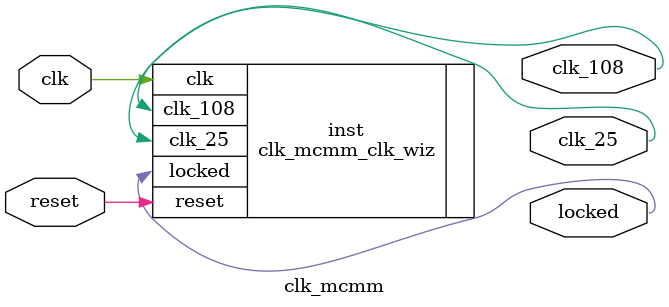
<source format=v>


`timescale 1ps/1ps

(* CORE_GENERATION_INFO = "clk_mcmm,clk_wiz_v6_0_15_0_0,{component_name=clk_mcmm,use_phase_alignment=true,use_min_o_jitter=false,use_max_i_jitter=false,use_dyn_phase_shift=false,use_inclk_switchover=false,use_dyn_reconfig=false,enable_axi=0,feedback_source=FDBK_AUTO,PRIMITIVE=MMCM,num_out_clk=2,clkin1_period=10.000,clkin2_period=10.000,use_power_down=false,use_reset=true,use_locked=true,use_inclk_stopped=false,feedback_type=SINGLE,CLOCK_MGR_TYPE=NA,manual_override=false}" *)

module clk_mcmm 
 (
  // Clock out ports
  output        clk_108,
  output        clk_25,
  // Status and control signals
  input         reset,
  output        locked,
 // Clock in ports
  input         clk
 );

  clk_mcmm_clk_wiz inst
  (
  // Clock out ports  
  .clk_108(clk_108),
  .clk_25(clk_25),
  // Status and control signals               
  .reset(reset), 
  .locked(locked),
 // Clock in ports
  .clk(clk)
  );

endmodule

</source>
